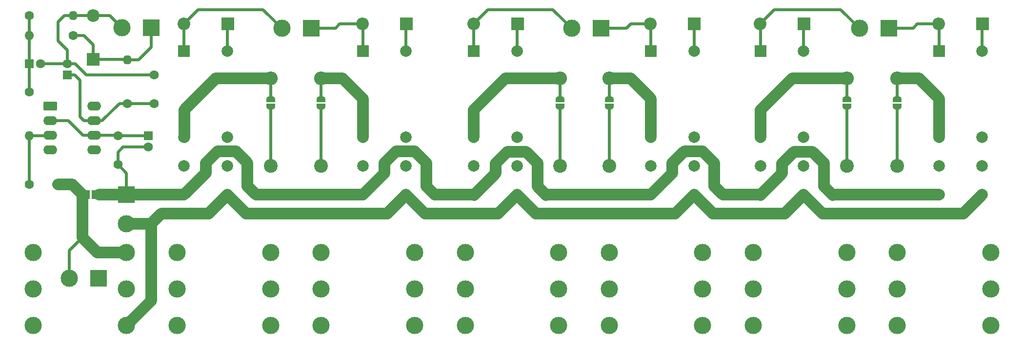
<source format=gtl>
%TF.GenerationSoftware,KiCad,Pcbnew,9.0.0+dfsg-1*%
%TF.CreationDate,2025-03-12T17:53:44+01:00*%
%TF.ProjectId,relays-array-6,72656c61-7973-42d6-9172-7261792d362e,1.0*%
%TF.SameCoordinates,Original*%
%TF.FileFunction,Copper,L1,Top*%
%TF.FilePolarity,Positive*%
%FSLAX46Y46*%
G04 Gerber Fmt 4.6, Leading zero omitted, Abs format (unit mm)*
G04 Created by KiCad (PCBNEW 9.0.0+dfsg-1) date 2025-03-12 17:53:44*
%MOMM*%
%LPD*%
G01*
G04 APERTURE LIST*
G04 Aperture macros list*
%AMRoundRect*
0 Rectangle with rounded corners*
0 $1 Rounding radius*
0 $2 $3 $4 $5 $6 $7 $8 $9 X,Y pos of 4 corners*
0 Add a 4 corners polygon primitive as box body*
4,1,4,$2,$3,$4,$5,$6,$7,$8,$9,$2,$3,0*
0 Add four circle primitives for the rounded corners*
1,1,$1+$1,$2,$3*
1,1,$1+$1,$4,$5*
1,1,$1+$1,$6,$7*
1,1,$1+$1,$8,$9*
0 Add four rect primitives between the rounded corners*
20,1,$1+$1,$2,$3,$4,$5,0*
20,1,$1+$1,$4,$5,$6,$7,0*
20,1,$1+$1,$6,$7,$8,$9,0*
20,1,$1+$1,$8,$9,$2,$3,0*%
%AMFreePoly0*
4,1,23,0.500000,-0.750000,0.000000,-0.750000,0.000000,-0.745722,-0.065263,-0.745722,-0.191342,-0.711940,-0.304381,-0.646677,-0.396677,-0.554381,-0.461940,-0.441342,-0.495722,-0.315263,-0.495722,-0.250000,-0.500000,-0.250000,-0.500000,0.250000,-0.495722,0.250000,-0.495722,0.315263,-0.461940,0.441342,-0.396677,0.554381,-0.304381,0.646677,-0.191342,0.711940,-0.065263,0.745722,0.000000,0.745722,
0.000000,0.750000,0.500000,0.750000,0.500000,-0.750000,0.500000,-0.750000,$1*%
%AMFreePoly1*
4,1,23,0.000000,0.745722,0.065263,0.745722,0.191342,0.711940,0.304381,0.646677,0.396677,0.554381,0.461940,0.441342,0.495722,0.315263,0.495722,0.250000,0.500000,0.250000,0.500000,-0.250000,0.495722,-0.250000,0.495722,-0.315263,0.461940,-0.441342,0.396677,-0.554381,0.304381,-0.646677,0.191342,-0.711940,0.065263,-0.745722,0.000000,-0.745722,0.000000,-0.750000,-0.500000,-0.750000,
-0.500000,0.750000,0.000000,0.750000,0.000000,0.745722,0.000000,0.745722,$1*%
G04 Aperture macros list end*
%TA.AperFunction,ComponentPad*%
%ADD10C,2.000000*%
%TD*%
%TA.AperFunction,ComponentPad*%
%ADD11R,2.000000X2.000000*%
%TD*%
%TA.AperFunction,ComponentPad*%
%ADD12C,2.400000*%
%TD*%
%TA.AperFunction,ComponentPad*%
%ADD13O,2.400000X2.400000*%
%TD*%
%TA.AperFunction,ComponentPad*%
%ADD14R,3.000000X3.000000*%
%TD*%
%TA.AperFunction,ComponentPad*%
%ADD15C,3.000000*%
%TD*%
%TA.AperFunction,ComponentPad*%
%ADD16R,2.200000X2.200000*%
%TD*%
%TA.AperFunction,ComponentPad*%
%ADD17O,2.200000X2.200000*%
%TD*%
%TA.AperFunction,ComponentPad*%
%ADD18C,1.600000*%
%TD*%
%TA.AperFunction,ComponentPad*%
%ADD19O,1.600000X1.600000*%
%TD*%
%TA.AperFunction,ComponentPad*%
%ADD20R,1.600000X1.600000*%
%TD*%
%TA.AperFunction,SMDPad,CuDef*%
%ADD21FreePoly0,270.000000*%
%TD*%
%TA.AperFunction,SMDPad,CuDef*%
%ADD22FreePoly1,270.000000*%
%TD*%
%TA.AperFunction,ComponentPad*%
%ADD23RoundRect,0.250000X-0.950000X-0.550000X0.950000X-0.550000X0.950000X0.550000X-0.950000X0.550000X0*%
%TD*%
%TA.AperFunction,ComponentPad*%
%ADD24O,2.400000X1.600000*%
%TD*%
%TA.AperFunction,SMDPad,CuDef*%
%ADD25R,1.000000X1.500000*%
%TD*%
%TA.AperFunction,Conductor*%
%ADD26C,0.500000*%
%TD*%
%TA.AperFunction,Conductor*%
%ADD27C,2.000000*%
%TD*%
G04 APERTURE END LIST*
D10*
%TO.P,K6,11*%
%TO.N,Net-(J8-PadS)*%
X196000000Y-95000000D03*
%TO.P,K6,12*%
%TO.N,Net-(JP6-A)*%
X196000000Y-90000000D03*
%TO.P,K6,14*%
%TO.N,/SIGNAL*%
X196000000Y-100000000D03*
%TO.P,K6,21*%
%TO.N,Net-(J8-PadT)*%
X203500000Y-95000000D03*
%TO.P,K6,22*%
%TO.N,Net-(JP6-B)*%
X203500000Y-90000000D03*
%TO.P,K6,24*%
%TO.N,GND*%
X203500000Y-100000000D03*
D11*
%TO.P,K6,A1*%
%TO.N,Net-(D6-A)*%
X196000000Y-75000000D03*
D10*
%TO.P,K6,A2*%
%TO.N,+12V*%
X203500000Y-75000000D03*
%TD*%
%TO.P,K3,11*%
%TO.N,Net-(J4-PadS)*%
X115270000Y-95000000D03*
%TO.P,K3,12*%
%TO.N,Net-(JP4-A)*%
X115270000Y-90000000D03*
%TO.P,K3,14*%
%TO.N,/SIGNAL*%
X115270000Y-100000000D03*
%TO.P,K3,21*%
%TO.N,Net-(J4-PadT)*%
X122770000Y-95000000D03*
%TO.P,K3,22*%
%TO.N,Net-(JP4-B)*%
X122770000Y-90000000D03*
%TO.P,K3,24*%
%TO.N,GND*%
X122770000Y-100000000D03*
D11*
%TO.P,K3,A1*%
%TO.N,Net-(D3-A)*%
X115270000Y-75000000D03*
D10*
%TO.P,K3,A2*%
%TO.N,+12V*%
X122770000Y-75000000D03*
%TD*%
D12*
%TO.P,R3,1*%
%TO.N,Net-(JP4-B)*%
X130270000Y-95000000D03*
D13*
%TO.P,R3,2*%
%TO.N,Net-(JP4-A)*%
X130270000Y-79760000D03*
%TD*%
D14*
%TO.P,J16,1,Pin_1*%
%TO.N,GND*%
X50180000Y-114500000D03*
D15*
%TO.P,J16,2,Pin_2*%
%TO.N,Net-(J16-Pin_2)*%
X45100000Y-114500000D03*
%TD*%
D12*
%TO.P,R4,1*%
%TO.N,Net-(JP5-B)*%
X138750000Y-95000000D03*
D13*
%TO.P,R4,2*%
%TO.N,Net-(JP5-A)*%
X138750000Y-79760000D03*
%TD*%
D16*
%TO.P,D2,1,K*%
%TO.N,+12V*%
X103560000Y-70250000D03*
D17*
%TO.P,D2,2,A*%
%TO.N,Net-(D2-A)*%
X95940000Y-70250000D03*
%TD*%
D18*
%TO.P,C2,1*%
%TO.N,Net-(U1-+)*%
X38100000Y-98200000D03*
%TO.P,C2,2*%
%TO.N,Net-(J16-Pin_2)*%
X43100000Y-98200000D03*
%TD*%
%TO.P,R13,1*%
%TO.N,VCC*%
X55100000Y-84100000D03*
D19*
%TO.P,R13,2*%
%TO.N,+12V*%
X55100000Y-76480000D03*
%TD*%
D16*
%TO.P,D6,1,K*%
%TO.N,+12V*%
X203560000Y-70250000D03*
D17*
%TO.P,D6,2,A*%
%TO.N,Net-(D6-A)*%
X195940000Y-70250000D03*
%TD*%
D14*
%TO.P,J9,1,Pin_1*%
%TO.N,Net-(D6-A)*%
X187290000Y-71000000D03*
D15*
%TO.P,J9,2,Pin_2*%
%TO.N,Net-(D5-A)*%
X182210000Y-71000000D03*
%TD*%
D20*
%TO.P,C8,1*%
%TO.N,Net-(U1--)*%
X58800000Y-89700000D03*
D18*
%TO.P,C8,2*%
%TO.N,/SIGNAL*%
X58800000Y-91700000D03*
%TD*%
D16*
%TO.P,D3,1,K*%
%TO.N,+12V*%
X122830000Y-70250000D03*
D17*
%TO.P,D3,2,A*%
%TO.N,Net-(D3-A)*%
X115210000Y-70250000D03*
%TD*%
D10*
%TO.P,K4,11*%
%TO.N,Net-(J5-PadS)*%
X146000000Y-95000000D03*
%TO.P,K4,12*%
%TO.N,Net-(JP5-A)*%
X146000000Y-90000000D03*
%TO.P,K4,14*%
%TO.N,/SIGNAL*%
X146000000Y-100000000D03*
%TO.P,K4,21*%
%TO.N,Net-(J5-PadT)*%
X153500000Y-95000000D03*
%TO.P,K4,22*%
%TO.N,Net-(JP5-B)*%
X153500000Y-90000000D03*
%TO.P,K4,24*%
%TO.N,GND*%
X153500000Y-100000000D03*
D11*
%TO.P,K4,A1*%
%TO.N,Net-(D4-A)*%
X146000000Y-75000000D03*
D10*
%TO.P,K4,A2*%
%TO.N,+12V*%
X153500000Y-75000000D03*
%TD*%
D15*
%TO.P,J4,R*%
%TO.N,unconnected-(J4-PadR)*%
X130000000Y-116350000D03*
%TO.P,J4,RN*%
%TO.N,unconnected-(J4-PadRN)*%
X113770000Y-116350000D03*
%TO.P,J4,S*%
%TO.N,Net-(J4-PadS)*%
X130000000Y-122700000D03*
%TO.P,J4,SN*%
%TO.N,unconnected-(J4-PadSN)*%
X113770000Y-122700000D03*
%TO.P,J4,T*%
%TO.N,Net-(J4-PadT)*%
X130000000Y-110000000D03*
%TO.P,J4,TN*%
%TO.N,unconnected-(J4-PadTN)*%
X113770000Y-110000000D03*
%TD*%
D12*
%TO.P,R5,1*%
%TO.N,Net-(JP7-B)*%
X180000000Y-95000000D03*
D13*
%TO.P,R5,2*%
%TO.N,Net-(JP7-A)*%
X180000000Y-79760000D03*
%TD*%
D15*
%TO.P,J2,R*%
%TO.N,unconnected-(J2-PadR)*%
X105000000Y-116350000D03*
%TO.P,J2,RN*%
%TO.N,unconnected-(J2-PadRN)*%
X88770000Y-116350000D03*
%TO.P,J2,S*%
%TO.N,Net-(J2-PadS)*%
X105000000Y-122700000D03*
%TO.P,J2,SN*%
%TO.N,unconnected-(J2-PadSN)*%
X88770000Y-122700000D03*
%TO.P,J2,T*%
%TO.N,Net-(J2-PadT)*%
X105000000Y-110000000D03*
%TO.P,J2,TN*%
%TO.N,unconnected-(J2-PadTN)*%
X88770000Y-110000000D03*
%TD*%
D20*
%TO.P,C10,1*%
%TO.N,GNDS*%
X38100000Y-77200000D03*
D18*
%TO.P,C10,2*%
%TO.N,GND*%
X40100000Y-77200000D03*
%TD*%
D16*
%TO.P,D9,1,K*%
%TO.N,+12V*%
X49200000Y-76410000D03*
D17*
%TO.P,D9,2,A*%
%TO.N,GND*%
X49200000Y-68790000D03*
%TD*%
D16*
%TO.P,D4,1,K*%
%TO.N,+12V*%
X153560000Y-70250000D03*
D17*
%TO.P,D4,2,A*%
%TO.N,Net-(D4-A)*%
X145940000Y-70250000D03*
%TD*%
D15*
%TO.P,J14,R*%
%TO.N,unconnected-(J14-PadR)*%
X55000000Y-116350000D03*
%TO.P,J14,RN*%
%TO.N,unconnected-(J14-PadRN)*%
X38770000Y-116350000D03*
%TO.P,J14,S*%
%TO.N,GND*%
X55000000Y-122700000D03*
%TO.P,J14,SN*%
%TO.N,unconnected-(J14-PadSN)*%
X38770000Y-122700000D03*
%TO.P,J14,T*%
%TO.N,Net-(J16-Pin_2)*%
X55000000Y-110000000D03*
%TO.P,J14,TN*%
%TO.N,unconnected-(J14-PadTN)*%
X38770000Y-110000000D03*
%TD*%
D12*
%TO.P,R2,1*%
%TO.N,Net-(JP2-B)*%
X88750000Y-95000000D03*
D13*
%TO.P,R2,2*%
%TO.N,Net-(JP2-A)*%
X88750000Y-79760000D03*
%TD*%
D15*
%TO.P,J8,R*%
%TO.N,unconnected-(J8-PadR)*%
X205000000Y-116350000D03*
%TO.P,J8,RN*%
%TO.N,unconnected-(J8-PadRN)*%
X188770000Y-116350000D03*
%TO.P,J8,S*%
%TO.N,Net-(J8-PadS)*%
X205000000Y-122700000D03*
%TO.P,J8,SN*%
%TO.N,unconnected-(J8-PadSN)*%
X188770000Y-122700000D03*
%TO.P,J8,T*%
%TO.N,Net-(J8-PadT)*%
X205000000Y-110000000D03*
%TO.P,J8,TN*%
%TO.N,unconnected-(J8-PadTN)*%
X188770000Y-110000000D03*
%TD*%
D10*
%TO.P,K1,11*%
%TO.N,Net-(J1-PadS)*%
X65000000Y-95000000D03*
%TO.P,K1,12*%
%TO.N,Net-(JP3-A)*%
X65000000Y-90000000D03*
%TO.P,K1,14*%
%TO.N,/SIGNAL*%
X65000000Y-100000000D03*
%TO.P,K1,21*%
%TO.N,Net-(J1-PadT)*%
X72500000Y-95000000D03*
%TO.P,K1,22*%
%TO.N,Net-(JP3-B)*%
X72500000Y-90000000D03*
%TO.P,K1,24*%
%TO.N,GND*%
X72500000Y-100000000D03*
D11*
%TO.P,K1,A1*%
%TO.N,Net-(D1-A)*%
X65000000Y-75000000D03*
D10*
%TO.P,K1,A2*%
%TO.N,+12V*%
X72500000Y-75000000D03*
%TD*%
D16*
%TO.P,D1,1,K*%
%TO.N,+12V*%
X72560000Y-70250000D03*
D17*
%TO.P,D1,2,A*%
%TO.N,Net-(D1-A)*%
X64940000Y-70250000D03*
%TD*%
D18*
%TO.P,R16,1*%
%TO.N,GNDS*%
X38100000Y-82080000D03*
D19*
%TO.P,R16,2*%
%TO.N,Net-(U1-+)*%
X38100000Y-89700000D03*
%TD*%
D15*
%TO.P,J1,R*%
%TO.N,unconnected-(J1-PadR)*%
X80000000Y-116350000D03*
%TO.P,J1,RN*%
%TO.N,unconnected-(J1-PadRN)*%
X63770000Y-116350000D03*
%TO.P,J1,S*%
%TO.N,Net-(J1-PadS)*%
X80000000Y-122700000D03*
%TO.P,J1,SN*%
%TO.N,unconnected-(J1-PadSN)*%
X63770000Y-122700000D03*
%TO.P,J1,T*%
%TO.N,Net-(J1-PadT)*%
X80000000Y-110000000D03*
%TO.P,J1,TN*%
%TO.N,unconnected-(J1-PadTN)*%
X63770000Y-110000000D03*
%TD*%
D16*
%TO.P,D5,1,K*%
%TO.N,+12V*%
X172560000Y-70250000D03*
D17*
%TO.P,D5,2,A*%
%TO.N,Net-(D5-A)*%
X164940000Y-70250000D03*
%TD*%
D21*
%TO.P,JP5,1,A*%
%TO.N,Net-(JP5-A)*%
X138750000Y-83350000D03*
D22*
%TO.P,JP5,2,B*%
%TO.N,Net-(JP5-B)*%
X138750000Y-84650000D03*
%TD*%
D10*
%TO.P,K2,11*%
%TO.N,Net-(J2-PadS)*%
X96000000Y-95000000D03*
%TO.P,K2,12*%
%TO.N,Net-(JP2-A)*%
X96000000Y-90000000D03*
%TO.P,K2,14*%
%TO.N,/SIGNAL*%
X96000000Y-100000000D03*
%TO.P,K2,21*%
%TO.N,Net-(J2-PadT)*%
X103500000Y-95000000D03*
%TO.P,K2,22*%
%TO.N,Net-(JP2-B)*%
X103500000Y-90000000D03*
%TO.P,K2,24*%
%TO.N,GND*%
X103500000Y-100000000D03*
D11*
%TO.P,K2,A1*%
%TO.N,Net-(D2-A)*%
X96000000Y-75000000D03*
D10*
%TO.P,K2,A2*%
%TO.N,+12V*%
X103500000Y-75000000D03*
%TD*%
D18*
%TO.P,R9,1*%
%TO.N,GND*%
X59300000Y-107600000D03*
D19*
%TO.P,R9,2*%
%TO.N,/SIGNAL*%
X59300000Y-99980000D03*
%TD*%
D21*
%TO.P,JP7,1,A*%
%TO.N,Net-(JP7-A)*%
X180000000Y-83350000D03*
D22*
%TO.P,JP7,2,B*%
%TO.N,Net-(JP7-B)*%
X180000000Y-84650000D03*
%TD*%
D18*
%TO.P,C1,1*%
%TO.N,/SIGNAL*%
X53500000Y-94700000D03*
%TO.P,C1,2*%
%TO.N,Net-(U1--)*%
X53500000Y-89700000D03*
%TD*%
D12*
%TO.P,R1,1*%
%TO.N,Net-(JP3-B)*%
X80000000Y-95000000D03*
D13*
%TO.P,R1,2*%
%TO.N,Net-(JP3-A)*%
X80000000Y-79760000D03*
%TD*%
D21*
%TO.P,JP6,1,A*%
%TO.N,Net-(JP6-A)*%
X188750000Y-83350000D03*
D22*
%TO.P,JP6,2,B*%
%TO.N,Net-(JP6-B)*%
X188750000Y-84650000D03*
%TD*%
D14*
%TO.P,J6,1,Pin_1*%
%TO.N,Net-(D4-A)*%
X137330000Y-71000000D03*
D15*
%TO.P,J6,2,Pin_2*%
%TO.N,Net-(D3-A)*%
X132250000Y-71000000D03*
%TD*%
D21*
%TO.P,JP3,1,A*%
%TO.N,Net-(JP3-A)*%
X80000000Y-83350000D03*
D22*
%TO.P,JP3,2,B*%
%TO.N,Net-(JP3-B)*%
X80000000Y-84650000D03*
%TD*%
D18*
%TO.P,R15,1*%
%TO.N,GNDS*%
X38080000Y-68800000D03*
D19*
%TO.P,R15,2*%
%TO.N,GND*%
X45700000Y-68800000D03*
%TD*%
D14*
%TO.P,J3,1,Pin_1*%
%TO.N,Net-(D2-A)*%
X87040000Y-71000000D03*
D15*
%TO.P,J3,2,Pin_2*%
%TO.N,Net-(D1-A)*%
X81960000Y-71000000D03*
%TD*%
D12*
%TO.P,R6,1*%
%TO.N,Net-(JP6-B)*%
X188750000Y-95000000D03*
D13*
%TO.P,R6,2*%
%TO.N,Net-(JP6-A)*%
X188750000Y-79760000D03*
%TD*%
D23*
%TO.P,U1,1,VOS*%
%TO.N,unconnected-(U1-VOS-Pad1)*%
X41790000Y-84590000D03*
D24*
%TO.P,U1,2,-*%
%TO.N,Net-(U1--)*%
X41790000Y-87130000D03*
%TO.P,U1,3,+*%
%TO.N,Net-(U1-+)*%
X41790000Y-89670000D03*
%TO.P,U1,4,V-*%
%TO.N,GND*%
X41790000Y-92210000D03*
%TO.P,U1,5,NC*%
%TO.N,unconnected-(U1-NC-Pad5)*%
X49410000Y-92210000D03*
%TO.P,U1,6*%
%TO.N,Net-(U1--)*%
X49410000Y-89670000D03*
%TO.P,U1,7,V+*%
%TO.N,VCC*%
X49410000Y-87130000D03*
%TO.P,U1,8,VOS*%
%TO.N,unconnected-(U1-VOS-Pad8)*%
X49410000Y-84590000D03*
%TD*%
D15*
%TO.P,J7,R*%
%TO.N,unconnected-(J7-PadR)*%
X180000000Y-116350000D03*
%TO.P,J7,RN*%
%TO.N,unconnected-(J7-PadRN)*%
X163770000Y-116350000D03*
%TO.P,J7,S*%
%TO.N,Net-(J7-PadS)*%
X180000000Y-122700000D03*
%TO.P,J7,SN*%
%TO.N,unconnected-(J7-PadSN)*%
X163770000Y-122700000D03*
%TO.P,J7,T*%
%TO.N,Net-(J7-PadT)*%
X180000000Y-110000000D03*
%TO.P,J7,TN*%
%TO.N,unconnected-(J7-PadTN)*%
X163770000Y-110000000D03*
%TD*%
%TO.P,J5,R*%
%TO.N,unconnected-(J5-PadR)*%
X155000000Y-116350000D03*
%TO.P,J5,RN*%
%TO.N,unconnected-(J5-PadRN)*%
X138770000Y-116350000D03*
%TO.P,J5,S*%
%TO.N,Net-(J5-PadS)*%
X155000000Y-122700000D03*
%TO.P,J5,SN*%
%TO.N,unconnected-(J5-PadSN)*%
X138770000Y-122700000D03*
%TO.P,J5,T*%
%TO.N,Net-(J5-PadT)*%
X155000000Y-110000000D03*
%TO.P,J5,TN*%
%TO.N,unconnected-(J5-PadTN)*%
X138770000Y-110000000D03*
%TD*%
D21*
%TO.P,JP4,1,A*%
%TO.N,Net-(JP4-A)*%
X130270000Y-83350000D03*
D22*
%TO.P,JP4,2,B*%
%TO.N,Net-(JP4-B)*%
X130270000Y-84650000D03*
%TD*%
D14*
%TO.P,J15,1,Pin_1*%
%TO.N,/SIGNAL*%
X55000000Y-100000000D03*
D15*
%TO.P,J15,2,Pin_2*%
%TO.N,GND*%
X55000000Y-105080000D03*
%TD*%
D18*
%TO.P,R14,1*%
%TO.N,+12V*%
X45700000Y-72300000D03*
D19*
%TO.P,R14,2*%
%TO.N,GNDS*%
X38080000Y-72300000D03*
%TD*%
D10*
%TO.P,K5,11*%
%TO.N,Net-(J7-PadS)*%
X165000000Y-95000000D03*
%TO.P,K5,12*%
%TO.N,Net-(JP7-A)*%
X165000000Y-90000000D03*
%TO.P,K5,14*%
%TO.N,/SIGNAL*%
X165000000Y-100000000D03*
%TO.P,K5,21*%
%TO.N,Net-(J7-PadT)*%
X172500000Y-95000000D03*
%TO.P,K5,22*%
%TO.N,Net-(JP7-B)*%
X172500000Y-90000000D03*
%TO.P,K5,24*%
%TO.N,GND*%
X172500000Y-100000000D03*
D11*
%TO.P,K5,A1*%
%TO.N,Net-(D5-A)*%
X165000000Y-75000000D03*
D10*
%TO.P,K5,A2*%
%TO.N,+12V*%
X172500000Y-75000000D03*
%TD*%
D20*
%TO.P,C7,1*%
%TO.N,VCC*%
X44700000Y-79155113D03*
D18*
%TO.P,C7,2*%
%TO.N,GND*%
X44700000Y-77155113D03*
%TD*%
%TO.P,C3,1*%
%TO.N,VCC*%
X59800000Y-84100000D03*
%TO.P,C3,2*%
%TO.N,GND*%
X59800000Y-79100000D03*
%TD*%
D25*
%TO.P,JPX1,1,A*%
%TO.N,/SIGNAL*%
X49450000Y-100000000D03*
%TO.P,JPX1,2,B*%
%TO.N,Net-(J16-Pin_2)*%
X48150000Y-100000000D03*
%TD*%
D14*
%TO.P,J10,1,Pin_1*%
%TO.N,+12V*%
X59280000Y-70900000D03*
D15*
%TO.P,J10,2,Pin_2*%
%TO.N,GND*%
X54200000Y-70900000D03*
%TD*%
D21*
%TO.P,JP2,1,A*%
%TO.N,Net-(JP2-A)*%
X88750000Y-83350000D03*
D22*
%TO.P,JP2,2,B*%
%TO.N,Net-(JP2-B)*%
X88750000Y-84650000D03*
%TD*%
D26*
%TO.N,Net-(D1-A)*%
X64940000Y-70250000D02*
X67440000Y-67750000D01*
X67440000Y-67750000D02*
X78710000Y-67750000D01*
X65000000Y-75000000D02*
X65000000Y-70310000D01*
X65000000Y-70310000D02*
X64940000Y-70250000D01*
X78710000Y-67750000D02*
X81960000Y-71000000D01*
%TO.N,+12V*%
X172500000Y-75000000D02*
X172500000Y-70310000D01*
X122770000Y-70310000D02*
X122830000Y-70250000D01*
X49200000Y-76410000D02*
X49200000Y-73900000D01*
X103500000Y-75000000D02*
X103500000Y-70310000D01*
X49200000Y-73900000D02*
X47600000Y-72300000D01*
X153500000Y-70310000D02*
X153560000Y-70250000D01*
X72500000Y-75000000D02*
X72500000Y-70310000D01*
X49200000Y-76410000D02*
X55030000Y-76410000D01*
X172500000Y-70310000D02*
X172560000Y-70250000D01*
X57120000Y-76480000D02*
X59300000Y-74300000D01*
X55100000Y-76480000D02*
X57120000Y-76480000D01*
X203500000Y-75000000D02*
X203500000Y-70310000D01*
X72500000Y-70310000D02*
X72560000Y-70250000D01*
X59300000Y-74300000D02*
X59280000Y-74280000D01*
X103500000Y-70310000D02*
X103560000Y-70250000D01*
X203500000Y-70310000D02*
X203560000Y-70250000D01*
X122770000Y-75000000D02*
X122770000Y-70310000D01*
X153500000Y-75000000D02*
X153500000Y-70310000D01*
X55030000Y-76410000D02*
X55100000Y-76480000D01*
X59280000Y-74280000D02*
X59280000Y-70900000D01*
X47600000Y-72300000D02*
X45700000Y-72300000D01*
%TO.N,Net-(D2-A)*%
X92000000Y-70250000D02*
X91250000Y-71000000D01*
X91250000Y-71000000D02*
X87040000Y-71000000D01*
X96000000Y-75000000D02*
X96000000Y-70310000D01*
X95940000Y-70250000D02*
X92000000Y-70250000D01*
X96000000Y-70310000D02*
X95940000Y-70250000D01*
%TO.N,Net-(D3-A)*%
X115210000Y-70250000D02*
X117710000Y-67750000D01*
X129000000Y-67750000D02*
X132250000Y-71000000D01*
X115270000Y-70310000D02*
X115210000Y-70250000D01*
X115270000Y-75000000D02*
X115270000Y-70310000D01*
X117710000Y-67750000D02*
X129000000Y-67750000D01*
%TO.N,Net-(D4-A)*%
X145940000Y-70250000D02*
X142500000Y-70250000D01*
X142500000Y-70250000D02*
X141750000Y-71000000D01*
X146000000Y-70310000D02*
X145940000Y-70250000D01*
X141750000Y-71000000D02*
X137330000Y-71000000D01*
X146000000Y-75000000D02*
X146000000Y-70310000D01*
%TO.N,Net-(D5-A)*%
X165000000Y-75000000D02*
X165000000Y-70310000D01*
X165000000Y-70310000D02*
X164940000Y-70250000D01*
X164940000Y-70250000D02*
X167440000Y-67750000D01*
X178960000Y-67750000D02*
X182210000Y-71000000D01*
X167440000Y-67750000D02*
X178960000Y-67750000D01*
%TO.N,Net-(D6-A)*%
X196000000Y-70310000D02*
X195940000Y-70250000D01*
X196000000Y-75000000D02*
X196000000Y-70310000D01*
X195940000Y-70250000D02*
X192250000Y-70250000D01*
X192250000Y-70250000D02*
X191500000Y-71000000D01*
X191500000Y-71000000D02*
X187290000Y-71000000D01*
D27*
%TO.N,/SIGNAL*%
X155000000Y-92451000D02*
X157000000Y-94451000D01*
X107000000Y-94451000D02*
X107000000Y-98500000D01*
X165045000Y-100025000D02*
X168795000Y-96275000D01*
X74000000Y-92451000D02*
X76000000Y-94451000D01*
X176045000Y-94476000D02*
X176045000Y-98525000D01*
X119065000Y-96275000D02*
X119065000Y-94525000D01*
X170844000Y-92476000D02*
X174045000Y-92476000D01*
X149750000Y-94500000D02*
X151799000Y-92451000D01*
X157000000Y-94451000D02*
X157000000Y-98500000D01*
X55000000Y-100000000D02*
X50200000Y-100000000D01*
X165020000Y-100000000D02*
X165045000Y-100025000D01*
X77500000Y-100000000D02*
X96000000Y-100000000D01*
X68750000Y-94500000D02*
X70799000Y-92451000D01*
X157000000Y-98500000D02*
X158500000Y-100000000D01*
X176045000Y-98525000D02*
X177545000Y-100025000D01*
X126315000Y-98525000D02*
X127815000Y-100025000D01*
X107000000Y-98500000D02*
X108500000Y-100000000D01*
X115315000Y-100025000D02*
X119065000Y-96275000D01*
X101799000Y-92451000D02*
X105000000Y-92451000D01*
X174045000Y-92476000D02*
X176045000Y-94476000D01*
X99750000Y-94500000D02*
X101799000Y-92451000D01*
X108500000Y-100000000D02*
X115270000Y-100000000D01*
X127840000Y-100000000D02*
X146000000Y-100000000D01*
X65000000Y-100000000D02*
X68750000Y-96250000D01*
X76000000Y-94451000D02*
X76000000Y-98500000D01*
D26*
X58800000Y-91700000D02*
X54400000Y-91700000D01*
D27*
X151799000Y-92451000D02*
X155000000Y-92451000D01*
X99750000Y-96250000D02*
X99750000Y-94500000D01*
X70799000Y-92451000D02*
X74000000Y-92451000D01*
D26*
X53500000Y-94700000D02*
X55000000Y-96200000D01*
D27*
X96000000Y-100000000D02*
X99750000Y-96250000D01*
X68750000Y-96250000D02*
X68750000Y-94500000D01*
X59300000Y-99980000D02*
X55020000Y-99980000D01*
X59320000Y-100000000D02*
X59300000Y-99980000D01*
X65000000Y-100000000D02*
X59320000Y-100000000D01*
X146000000Y-100000000D02*
X149750000Y-96250000D01*
D26*
X54400000Y-91700000D02*
X53500000Y-92600000D01*
D27*
X105000000Y-92451000D02*
X107000000Y-94451000D01*
X168795000Y-96275000D02*
X168795000Y-94525000D01*
X149750000Y-96250000D02*
X149750000Y-94500000D01*
X158500000Y-100000000D02*
X165020000Y-100000000D01*
X127815000Y-100025000D02*
X127840000Y-100000000D01*
D26*
X55000000Y-96200000D02*
X55000000Y-100000000D01*
D27*
X177545000Y-100025000D02*
X177570000Y-100000000D01*
D26*
X53500000Y-92600000D02*
X53500000Y-94700000D01*
D27*
X55020000Y-99980000D02*
X55000000Y-100000000D01*
X168795000Y-94525000D02*
X170844000Y-92476000D01*
X119065000Y-94525000D02*
X121114000Y-92476000D01*
X76000000Y-98500000D02*
X77500000Y-100000000D01*
X124315000Y-92476000D02*
X126315000Y-94476000D01*
X177570000Y-100000000D02*
X196000000Y-100000000D01*
X121114000Y-92476000D02*
X124315000Y-92476000D01*
X126315000Y-94476000D02*
X126315000Y-98525000D01*
%TO.N,GND*%
X119520000Y-103250000D02*
X122770000Y-100000000D01*
X103500000Y-100000000D02*
X106750000Y-103250000D01*
X150250000Y-103250000D02*
X153500000Y-100000000D01*
X59300000Y-107600000D02*
X59300000Y-105000000D01*
X59220000Y-105080000D02*
X55000000Y-105080000D01*
D26*
X49190000Y-68800000D02*
X49200000Y-68790000D01*
D27*
X59300000Y-105000000D02*
X59220000Y-105080000D01*
X200250000Y-103250000D02*
X203500000Y-100000000D01*
X59300000Y-105000000D02*
X61050000Y-103250000D01*
X156750000Y-103250000D02*
X169250000Y-103250000D01*
X72500000Y-100000000D02*
X75750000Y-103250000D01*
X126020000Y-103250000D02*
X150250000Y-103250000D01*
D26*
X45700000Y-68800000D02*
X49190000Y-68800000D01*
D27*
X59300000Y-118400000D02*
X59300000Y-107600000D01*
X61050000Y-103250000D02*
X69250000Y-103250000D01*
X75750000Y-103250000D02*
X100250000Y-103250000D01*
X169250000Y-103250000D02*
X172500000Y-100000000D01*
D26*
X43100000Y-73200000D02*
X43100000Y-69900000D01*
X49200000Y-68790000D02*
X52090000Y-68790000D01*
D27*
X55000000Y-122700000D02*
X59300000Y-118400000D01*
D26*
X44200000Y-68800000D02*
X45700000Y-68800000D01*
D27*
X100250000Y-103250000D02*
X103500000Y-100000000D01*
X122770000Y-100000000D02*
X126020000Y-103250000D01*
D26*
X48000000Y-79100000D02*
X59800000Y-79100000D01*
X40144887Y-77155113D02*
X40100000Y-77200000D01*
X44700000Y-77155113D02*
X46055113Y-77155113D01*
D27*
X172500000Y-100000000D02*
X175750000Y-103250000D01*
X153500000Y-100000000D02*
X156750000Y-103250000D01*
D26*
X46055113Y-77155113D02*
X48000000Y-79100000D01*
X52090000Y-68790000D02*
X54200000Y-70900000D01*
X44700000Y-74800000D02*
X43100000Y-73200000D01*
D27*
X175750000Y-103250000D02*
X200250000Y-103250000D01*
X69250000Y-103250000D02*
X72500000Y-100000000D01*
X106750000Y-103250000D02*
X119520000Y-103250000D01*
D26*
X44700000Y-77155113D02*
X40144887Y-77155113D01*
X43100000Y-69900000D02*
X44200000Y-68800000D01*
X44700000Y-77155113D02*
X44700000Y-74800000D01*
D27*
%TO.N,Net-(JP2-A)*%
X92510000Y-79760000D02*
X88750000Y-79760000D01*
D26*
X88750000Y-83350000D02*
X88750000Y-79760000D01*
D27*
X96000000Y-83250000D02*
X92510000Y-79760000D01*
X96000000Y-90000000D02*
X96000000Y-83250000D01*
D26*
%TO.N,Net-(JP2-B)*%
X88750000Y-84650000D02*
X88750000Y-95000000D01*
%TO.N,Net-(JP3-B)*%
X80000000Y-84650000D02*
X80000000Y-95000000D01*
D27*
%TO.N,Net-(JP3-A)*%
X65005000Y-85240000D02*
X70495000Y-79750000D01*
D26*
X80000000Y-83350000D02*
X80000000Y-79760000D01*
D27*
X65005000Y-89990000D02*
X65005000Y-85240000D01*
X70505000Y-79760000D02*
X80000000Y-79760000D01*
X70495000Y-79750000D02*
X70505000Y-79760000D01*
%TO.N,Net-(JP4-A)*%
X115252500Y-89980000D02*
X115252500Y-85230000D01*
X120752500Y-79750000D02*
X130247500Y-79750000D01*
X115252500Y-85230000D02*
X120742500Y-79740000D01*
D26*
X130270000Y-83350000D02*
X130270000Y-79760000D01*
%TO.N,Net-(JP4-B)*%
X130270000Y-84650000D02*
X130270000Y-95000000D01*
%TO.N,Net-(JP5-B)*%
X138750000Y-84650000D02*
X138750000Y-95000000D01*
%TO.N,Net-(JP5-A)*%
X138750000Y-83350000D02*
X138750000Y-79760000D01*
D27*
X142510000Y-79760000D02*
X138750000Y-79760000D01*
X146000000Y-90000000D02*
X146000000Y-83250000D01*
X146000000Y-83250000D02*
X142510000Y-79760000D01*
%TO.N,Net-(JP6-A)*%
X196000000Y-83250000D02*
X192510000Y-79760000D01*
X192510000Y-79760000D02*
X188750000Y-79760000D01*
X196000000Y-90000000D02*
X196000000Y-83250000D01*
D26*
X188750000Y-83350000D02*
X188750000Y-79760000D01*
%TO.N,Net-(JP6-B)*%
X188750000Y-84650000D02*
X188750000Y-95000000D01*
D27*
%TO.N,Net-(JP7-A)*%
X170505000Y-79760000D02*
X180000000Y-79760000D01*
D26*
X180000000Y-83350000D02*
X180000000Y-79760000D01*
D27*
X165005000Y-89990000D02*
X165005000Y-85240000D01*
X165005000Y-85240000D02*
X170495000Y-79750000D01*
D26*
%TO.N,Net-(JP7-B)*%
X180000000Y-84650000D02*
X180000000Y-95000000D01*
%TO.N,Net-(U1--)*%
X47470000Y-89670000D02*
X49410000Y-89670000D01*
X53500000Y-89700000D02*
X58800000Y-89700000D01*
X44930000Y-87130000D02*
X47470000Y-89670000D01*
X49410000Y-89670000D02*
X53470000Y-89670000D01*
X53470000Y-89670000D02*
X53500000Y-89700000D01*
X41790000Y-87130000D02*
X44930000Y-87130000D01*
%TO.N,Net-(U1-+)*%
X41760000Y-89700000D02*
X41790000Y-89670000D01*
X38100000Y-89700000D02*
X41760000Y-89700000D01*
X38100000Y-98200000D02*
X38100000Y-89700000D01*
%TO.N,VCC*%
X49410000Y-87130000D02*
X47630000Y-87130000D01*
X46900000Y-80100000D02*
X45955113Y-79155113D01*
X46900000Y-86400000D02*
X46900000Y-80100000D01*
X55100000Y-84100000D02*
X59800000Y-84100000D01*
X45955113Y-79155113D02*
X44700000Y-79155113D01*
X47630000Y-87130000D02*
X46900000Y-86400000D01*
X50770000Y-87130000D02*
X53800000Y-84100000D01*
X53800000Y-84100000D02*
X55100000Y-84100000D01*
X49410000Y-87130000D02*
X50770000Y-87130000D01*
%TO.N,GNDS*%
X38080000Y-68800000D02*
X38080000Y-72300000D01*
X38080000Y-72300000D02*
X38080000Y-77180000D01*
X38100000Y-77200000D02*
X38100000Y-82080000D01*
X38080000Y-77180000D02*
X38100000Y-77200000D01*
D27*
%TO.N,Net-(J16-Pin_2)*%
X45550000Y-98200000D02*
X47350000Y-100000000D01*
X49900000Y-110000000D02*
X55000000Y-110000000D01*
X43100000Y-98200000D02*
X45550000Y-98200000D01*
X47350000Y-100000000D02*
X47350000Y-107450000D01*
X47350000Y-107450000D02*
X49900000Y-110000000D01*
D26*
X45100000Y-114500000D02*
X45100000Y-109700000D01*
X45100000Y-109700000D02*
X47350000Y-107450000D01*
%TD*%
M02*

</source>
